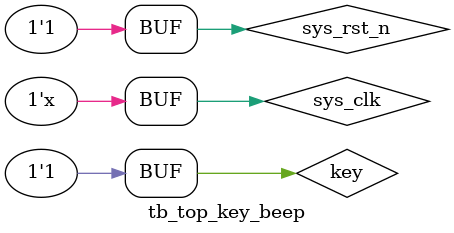
<source format=v>
`timescale 1ns/1ns

module tb_top_key_beep();

reg         sys_clk;
reg         sys_rst_n;
reg         key;

wire        beep;

parameter   CNT_MAX = 20'd10;//¼ÆÊ±200ns

initial begin
    sys_clk <= 1'b0;
    sys_rst_n <= 1'b0;
    key <= 1'b1;
    #200
    sys_rst_n <= 1'b1;
    #100
    key <= 1'b0;//°´¼ü±»°´ÏÂ
    #40
    key <= 1'b1;//°´¼ü¶¶¶¯
    #30
    key <= 1'b0;//¶¶¶¯½áÊø
    #1000
    key <= 1'b1;//ËÉ¿ª°´¼ü
    #50
    key <= 1'b0;//°´¼ü¶¶¶¯
    #40
    key <= 1'b1;//¶¶¶¯½áÊø

end

always #10 sys_clk <= ~sys_clk;

top_key_beep #(
    .CNT_MAX         (CNT_MAX)
    )
    u_top_key_beep(
        .sys_clk     (sys_clk  ),
        .sys_rst_n   (sys_rst_n),
        .key         (key      ),
        .beep        (beep     )
    );

endmodule
</source>
